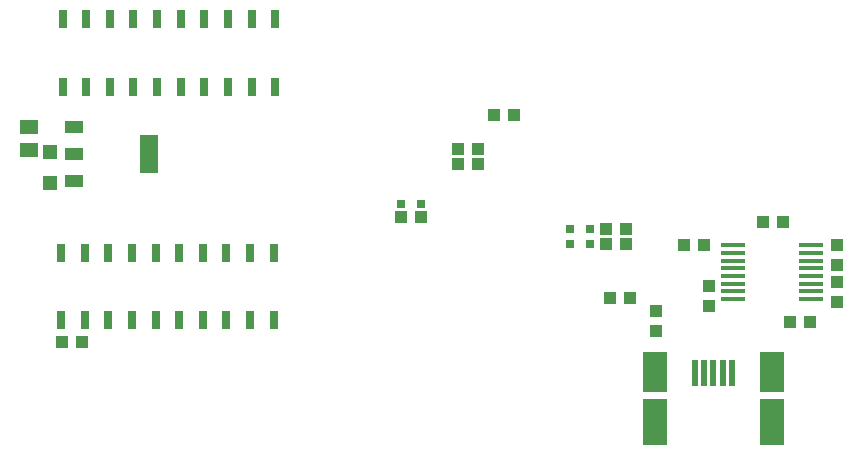
<source format=gtp>
%FSAX24Y24*%
%MOIN*%
G70*
G01*
G75*
G04 Layer_Color=8421504*
%ADD10R,0.0433X0.0394*%
%ADD11R,0.0394X0.0433*%
%ADD12R,0.0315X0.0315*%
%ADD13R,0.0846X0.0157*%
%ADD14R,0.0846X0.0157*%
%ADD15R,0.0472X0.0472*%
%ADD16R,0.0591X0.1299*%
%ADD17R,0.0591X0.0394*%
%ADD18R,0.0197X0.0886*%
%ADD19R,0.0807X0.1575*%
%ADD20R,0.0807X0.1378*%
%ADD21R,0.0807X0.1378*%
%ADD22R,0.0315X0.0591*%
%ADD23R,0.0591X0.0512*%
%ADD24C,0.0100*%
%ADD25C,0.0150*%
%ADD26C,0.0080*%
%ADD27C,0.0350*%
%ADD28C,0.0250*%
%ADD29C,0.0200*%
%ADD30C,0.0591*%
%ADD31R,0.0591X0.0591*%
%ADD32R,0.0591X0.0591*%
%ADD33P,0.2131X8X22.5*%
%ADD34C,0.0700*%
%ADD35O,0.0551X0.0591*%
%ADD36C,0.0500*%
%ADD37C,0.0472*%
%ADD38C,0.0315*%
%ADD39C,0.0276*%
%ADD40C,0.0350*%
%ADD41C,0.0354*%
%ADD42R,0.0787X0.0945*%
%ADD43R,0.0472X0.0354*%
%ADD44O,0.0551X0.0110*%
%ADD45R,0.0551X0.0110*%
%ADD46O,0.0110X0.0551*%
%ADD47O,0.0551X0.0110*%
%ADD48R,0.0433X0.0157*%
%ADD49O,0.0433X0.0157*%
%ADD50R,0.0315X0.0354*%
%ADD51R,0.0354X0.0236*%
%ADD52C,0.0070*%
%ADD53C,0.0090*%
%ADD54C,0.0098*%
%ADD55C,0.0079*%
%ADD56C,0.0050*%
%ADD57C,0.0197*%
%ADD58C,0.0120*%
D10*
X052715Y021970D02*
D03*
X052045D02*
D03*
X047485Y021730D02*
D03*
X046815D02*
D03*
X047485Y021240D02*
D03*
X046815D02*
D03*
X053615Y018620D02*
D03*
X052945D02*
D03*
X043085Y025540D02*
D03*
X043755D02*
D03*
X042545Y023900D02*
D03*
X041875D02*
D03*
X047615Y019420D02*
D03*
X046945D02*
D03*
X039965Y022120D02*
D03*
X040635D02*
D03*
X042545Y024410D02*
D03*
X041875D02*
D03*
X029335Y017970D02*
D03*
X028665D02*
D03*
X049395Y021200D02*
D03*
X050065D02*
D03*
D11*
X054520Y019305D02*
D03*
Y019975D02*
D03*
X050230Y019155D02*
D03*
Y019825D02*
D03*
X054520Y020535D02*
D03*
Y021205D02*
D03*
X048490Y019005D02*
D03*
Y018335D02*
D03*
D12*
X045615Y021730D02*
D03*
X046265D02*
D03*
X045625Y021240D02*
D03*
X046275D02*
D03*
X039985Y022580D02*
D03*
X040635D02*
D03*
D13*
X053629Y019404D02*
D03*
D14*
Y019660D02*
D03*
Y019916D02*
D03*
Y020172D02*
D03*
Y020428D02*
D03*
Y020684D02*
D03*
Y020940D02*
D03*
Y021196D02*
D03*
X051051Y019404D02*
D03*
Y019660D02*
D03*
Y019916D02*
D03*
Y020172D02*
D03*
Y020428D02*
D03*
Y020684D02*
D03*
Y020940D02*
D03*
Y021196D02*
D03*
D15*
X028290Y024302D02*
D03*
Y023278D02*
D03*
D16*
X031560Y024230D02*
D03*
D17*
X029080Y023324D02*
D03*
Y024230D02*
D03*
Y025136D02*
D03*
D18*
X050705Y016951D02*
D03*
X051020D02*
D03*
X049760D02*
D03*
X050075D02*
D03*
X050390D02*
D03*
D19*
X048451Y015287D02*
D03*
X052329Y015287D02*
D03*
D20*
X048451Y016961D02*
D03*
D21*
X052329D02*
D03*
D22*
X028693Y026470D02*
D03*
X029481D02*
D03*
X030268D02*
D03*
X031056D02*
D03*
X031843D02*
D03*
X032630D02*
D03*
X033418D02*
D03*
X034205D02*
D03*
X034993D02*
D03*
X035780D02*
D03*
X028693Y028720D02*
D03*
X029481D02*
D03*
X030268D02*
D03*
X031056D02*
D03*
X031843D02*
D03*
X032630D02*
D03*
X033418D02*
D03*
X034205D02*
D03*
X034993D02*
D03*
X035780D02*
D03*
X035730Y020940D02*
D03*
X034943D02*
D03*
X034155D02*
D03*
X033368D02*
D03*
X032580D02*
D03*
X031793D02*
D03*
X031006D02*
D03*
X030218D02*
D03*
X029431D02*
D03*
X028643D02*
D03*
X035730Y018690D02*
D03*
X034943D02*
D03*
X034155D02*
D03*
X033368D02*
D03*
X032580D02*
D03*
X031793D02*
D03*
X031006D02*
D03*
X030218D02*
D03*
X029431D02*
D03*
X028643D02*
D03*
D23*
X027590Y024386D02*
D03*
Y025134D02*
D03*
M02*

</source>
